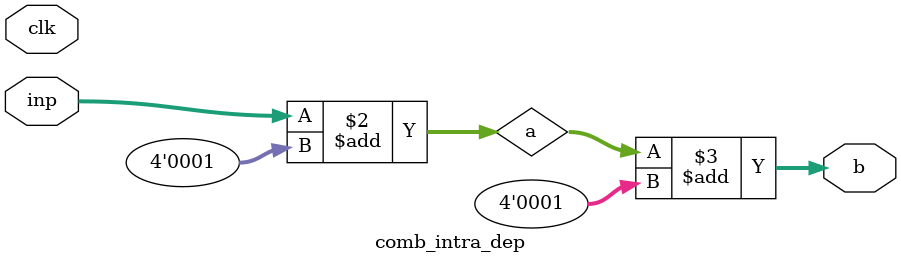
<source format=sv>
module comb_intra_dep(input logic clk,
                      input logic[3:0] inp,
                      output logic[3:0] b);

logic[3:0] a;

always_comb begin
   a = inp + 4'd1;
   b = a + 4'd1;
end

endmodule

</source>
